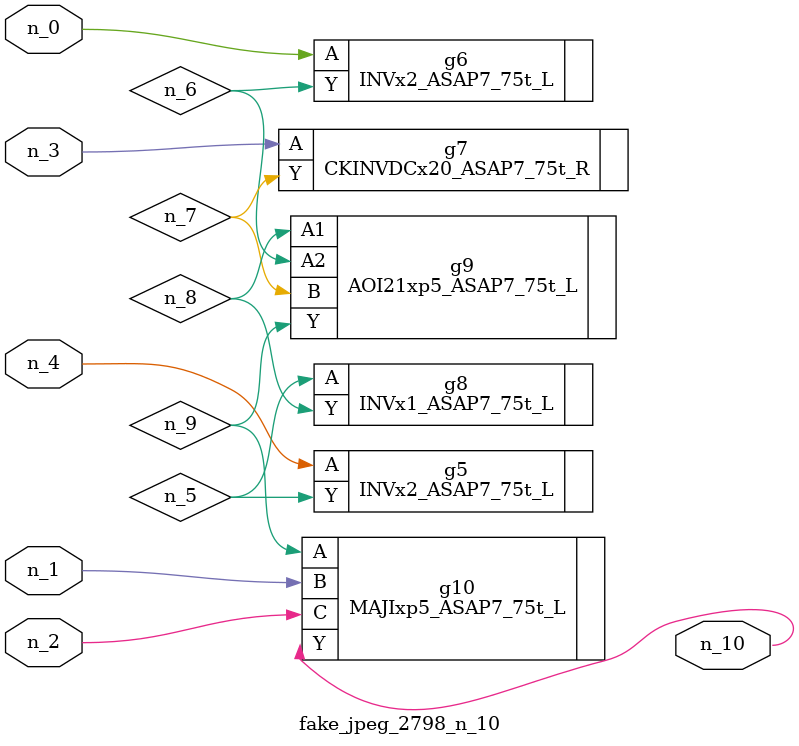
<source format=v>
module fake_jpeg_2798_n_10 (n_3, n_2, n_1, n_0, n_4, n_10);

input n_3;
input n_2;
input n_1;
input n_0;
input n_4;

output n_10;

wire n_8;
wire n_9;
wire n_6;
wire n_5;
wire n_7;

INVx2_ASAP7_75t_L g5 ( 
.A(n_4),
.Y(n_5)
);

INVx2_ASAP7_75t_L g6 ( 
.A(n_0),
.Y(n_6)
);

CKINVDCx20_ASAP7_75t_R g7 ( 
.A(n_3),
.Y(n_7)
);

INVx1_ASAP7_75t_L g8 ( 
.A(n_5),
.Y(n_8)
);

AOI21xp5_ASAP7_75t_L g9 ( 
.A1(n_8),
.A2(n_6),
.B(n_7),
.Y(n_9)
);

MAJIxp5_ASAP7_75t_L g10 ( 
.A(n_9),
.B(n_1),
.C(n_2),
.Y(n_10)
);


endmodule
</source>
